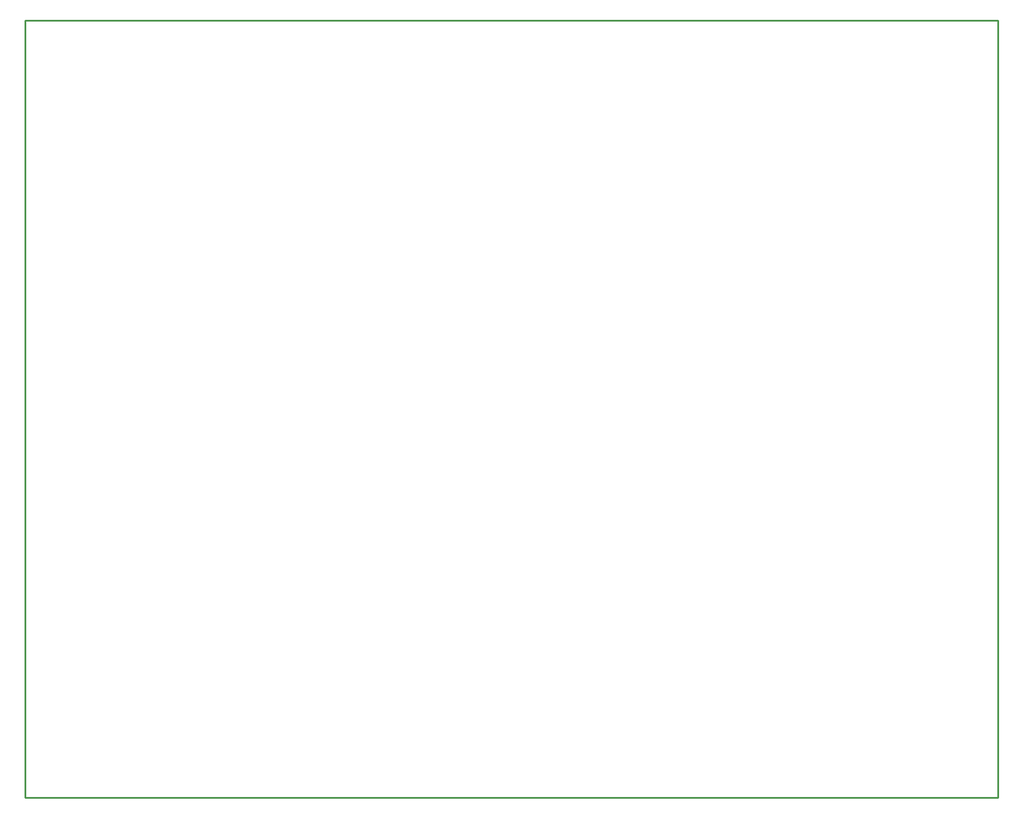
<source format=gko>
G04 Layer: BoardOutlineLayer*
G04 EasyEDA v6.5.9, 2022-10-13 02:00:02*
G04 e360aac8450f43158dbdd5a42fdb8d84,1d9ebe74aaba41f0b176b6c48231f753,10*
G04 Gerber Generator version 0.2*
G04 Scale: 100 percent, Rotated: No, Reflected: No *
G04 Dimensions in millimeters *
G04 leading zeros omitted , absolute positions ,4 integer and 5 decimal *
%FSLAX45Y45*%
%MOMM*%

%ADD10C,0.2540*%
D10*
X812800Y9385300D02*
G01*
X812800Y9944100D01*
X14922500Y9944100D01*
X14922500Y-1333500D01*
X812800Y-1333500D01*
X812800Y9385300D01*

%LPD*%
M02*

</source>
